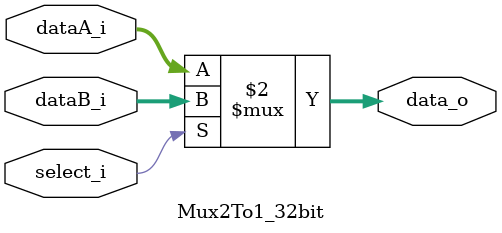
<source format=v>

module Mux2To1_32bit(data_o, dataA_i, dataB_i, select_i);
    
    parameter DATA_WITDH = 32;

    // Declare port type
    input [DATA_WITDH - 1:0] dataA_i;
     input [DATA_WITDH - 1:0] dataB_i;
     input select_i;
    output [DATA_WITDH - 1:0] data_o;

    // Declare data type for ports (all wire by default)
     
    // Internal wires declaration

    // Functional Description
    assign data_o = (select_i == 1'b0) ? dataA_i : dataB_i;

endmodule
</source>
